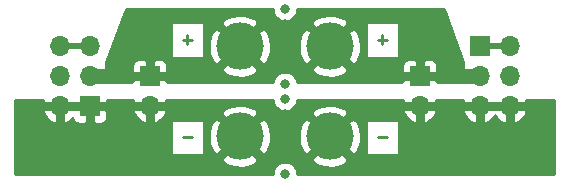
<source format=gbr>
G04 #@! TF.GenerationSoftware,KiCad,Pcbnew,(5.1.12)-1*
G04 #@! TF.CreationDate,2021-12-09T12:53:28+01:00*
G04 #@! TF.ProjectId,Servo-PowerInjector,53657276-6f2d-4506-9f77-6572496e6a65,rev?*
G04 #@! TF.SameCoordinates,Original*
G04 #@! TF.FileFunction,Copper,L2,Bot*
G04 #@! TF.FilePolarity,Positive*
%FSLAX46Y46*%
G04 Gerber Fmt 4.6, Leading zero omitted, Abs format (unit mm)*
G04 Created by KiCad (PCBNEW (5.1.12)-1) date 2021-12-09 12:53:28*
%MOMM*%
%LPD*%
G01*
G04 APERTURE LIST*
G04 #@! TA.AperFunction,NonConductor*
%ADD10C,0.250000*%
G04 #@! TD*
G04 #@! TA.AperFunction,SMDPad,CuDef*
%ADD11C,4.000000*%
G04 #@! TD*
G04 #@! TA.AperFunction,ComponentPad*
%ADD12O,1.700000X1.700000*%
G04 #@! TD*
G04 #@! TA.AperFunction,ComponentPad*
%ADD13R,1.700000X1.700000*%
G04 #@! TD*
G04 #@! TA.AperFunction,ViaPad*
%ADD14C,0.800000*%
G04 #@! TD*
G04 #@! TA.AperFunction,Conductor*
%ADD15C,1.270000*%
G04 #@! TD*
G04 #@! TA.AperFunction,Conductor*
%ADD16C,0.500000*%
G04 #@! TD*
G04 #@! TA.AperFunction,Conductor*
%ADD17C,0.254000*%
G04 #@! TD*
G04 #@! TA.AperFunction,Conductor*
%ADD18C,0.100000*%
G04 #@! TD*
G04 APERTURE END LIST*
D10*
X138175952Y-106751428D02*
X137414047Y-106751428D01*
X154685952Y-106751428D02*
X153924047Y-106751428D01*
X138175952Y-98496428D02*
X137414047Y-98496428D01*
X137795000Y-98877380D02*
X137795000Y-98115476D01*
X154685952Y-98496428D02*
X153924047Y-98496428D01*
X154305000Y-98877380D02*
X154305000Y-98115476D01*
D11*
G04 #@! TO.P,TP4,1*
G04 #@! TO.N,GND*
X142240000Y-106680000D03*
G04 #@! TD*
G04 #@! TO.P,TP3,1*
G04 #@! TO.N,+BATT*
X142240000Y-99060000D03*
G04 #@! TD*
G04 #@! TO.P,TP2,1*
G04 #@! TO.N,GND*
X149860000Y-106680000D03*
G04 #@! TD*
G04 #@! TO.P,TP1,1*
G04 #@! TO.N,+BATT*
X149860000Y-99060000D03*
G04 #@! TD*
D12*
G04 #@! TO.P,J4,6*
G04 #@! TO.N,GND*
X165100000Y-104140000D03*
G04 #@! TO.P,J4,5*
X162560000Y-104140000D03*
G04 #@! TO.P,J4,4*
G04 #@! TO.N,Net-(J4-Pad4)*
X165100000Y-101600000D03*
G04 #@! TO.P,J4,3*
G04 #@! TO.N,+BATT*
X162560000Y-101600000D03*
G04 #@! TO.P,J4,2*
G04 #@! TO.N,Net-(J4-Pad1)*
X165100000Y-99060000D03*
D13*
G04 #@! TO.P,J4,1*
X162560000Y-99060000D03*
G04 #@! TD*
D12*
G04 #@! TO.P,J3,2*
G04 #@! TO.N,GND*
X157480000Y-104140000D03*
D13*
G04 #@! TO.P,J3,1*
G04 #@! TO.N,+BATT*
X157480000Y-101600000D03*
G04 #@! TD*
D12*
G04 #@! TO.P,J2,2*
G04 #@! TO.N,GND*
X134620000Y-104140000D03*
D13*
G04 #@! TO.P,J2,1*
G04 #@! TO.N,+BATT*
X134620000Y-101600000D03*
G04 #@! TD*
D12*
G04 #@! TO.P,J1,6*
G04 #@! TO.N,Net-(J1-Pad5)*
X127000000Y-99060000D03*
G04 #@! TO.P,J1,5*
X129540000Y-99060000D03*
G04 #@! TO.P,J1,4*
G04 #@! TO.N,Net-(J1-Pad4)*
X127000000Y-101600000D03*
G04 #@! TO.P,J1,3*
G04 #@! TO.N,+BATT*
X129540000Y-101600000D03*
G04 #@! TO.P,J1,2*
G04 #@! TO.N,GND*
X127000000Y-104140000D03*
D13*
G04 #@! TO.P,J1,1*
X129540000Y-104140000D03*
G04 #@! TD*
D14*
G04 #@! TO.N,*
X146050000Y-95885000D03*
X146050000Y-102235000D03*
X146050000Y-103505000D03*
X146050000Y-109855000D03*
G04 #@! TO.N,GND*
X146050000Y-104775000D03*
X146050000Y-106045000D03*
X146050000Y-107315000D03*
X146050000Y-108585000D03*
G04 #@! TO.N,+BATT*
X146050000Y-97155000D03*
X146050000Y-98425000D03*
X146050000Y-99695000D03*
X146050000Y-100965000D03*
G04 #@! TD*
D15*
G04 #@! TO.N,+BATT*
X162560000Y-101600000D02*
X160655000Y-101600000D01*
X129540000Y-101600000D02*
X132080000Y-101600000D01*
D16*
G04 #@! TO.N,Net-(J4-Pad1)*
X162560000Y-99060000D02*
X165100000Y-99060000D01*
G04 #@! TO.N,Net-(J1-Pad5)*
X127000000Y-99060000D02*
X129540000Y-99060000D01*
G04 #@! TD*
D17*
G04 #@! TO.N,GND*
X125594632Y-103660245D02*
X125698300Y-103886000D01*
X126746000Y-103886000D01*
X126746000Y-103866000D01*
X127254000Y-103866000D01*
X127254000Y-103886000D01*
X129286000Y-103886000D01*
X129286000Y-103866000D01*
X129794000Y-103866000D01*
X129794000Y-103886000D01*
X130866250Y-103886000D01*
X131025000Y-103727250D01*
X131025669Y-103632000D01*
X133227478Y-103632000D01*
X133214622Y-103660244D01*
X133315624Y-103886000D01*
X134366000Y-103886000D01*
X134366000Y-103866000D01*
X134874000Y-103866000D01*
X134874000Y-103886000D01*
X135924376Y-103886000D01*
X136025378Y-103660244D01*
X136012522Y-103632000D01*
X145019985Y-103632000D01*
X145054774Y-103806898D01*
X145132795Y-103995256D01*
X145246063Y-104164774D01*
X145390226Y-104308937D01*
X145559744Y-104422205D01*
X145748102Y-104500226D01*
X145948061Y-104540000D01*
X146151939Y-104540000D01*
X146351898Y-104500226D01*
X146540256Y-104422205D01*
X146709774Y-104308937D01*
X146853937Y-104164774D01*
X146967205Y-103995256D01*
X147045226Y-103806898D01*
X147080015Y-103632000D01*
X156087478Y-103632000D01*
X156074622Y-103660244D01*
X156175624Y-103886000D01*
X157226000Y-103886000D01*
X157226000Y-103866000D01*
X157734000Y-103866000D01*
X157734000Y-103886000D01*
X158784376Y-103886000D01*
X158885378Y-103660244D01*
X158872522Y-103632000D01*
X161166330Y-103632000D01*
X161154632Y-103660245D01*
X161258300Y-103886000D01*
X162306000Y-103886000D01*
X162306000Y-103866000D01*
X162814000Y-103866000D01*
X162814000Y-103886000D01*
X164846000Y-103886000D01*
X164846000Y-103866000D01*
X165354000Y-103866000D01*
X165354000Y-103886000D01*
X166401700Y-103886000D01*
X166505368Y-103660245D01*
X166493670Y-103632000D01*
X168885000Y-103632000D01*
X168885000Y-109830000D01*
X147085000Y-109830000D01*
X147085000Y-109753061D01*
X147045226Y-109553102D01*
X146967205Y-109364744D01*
X146853937Y-109195226D01*
X146709774Y-109051063D01*
X146540256Y-108937795D01*
X146351898Y-108859774D01*
X146151939Y-108820000D01*
X145948061Y-108820000D01*
X145748102Y-108859774D01*
X145559744Y-108937795D01*
X145390226Y-109051063D01*
X145246063Y-109195226D01*
X145132795Y-109364744D01*
X145054774Y-109553102D01*
X145015000Y-109753061D01*
X145015000Y-109830000D01*
X123215000Y-109830000D01*
X123215000Y-108610406D01*
X140668804Y-108610406D01*
X140896359Y-108961493D01*
X141367275Y-109179787D01*
X141871727Y-109302014D01*
X142390334Y-109323479D01*
X142903162Y-109243356D01*
X143390506Y-109064725D01*
X143583641Y-108961493D01*
X143811196Y-108610406D01*
X148288804Y-108610406D01*
X148516359Y-108961493D01*
X148987275Y-109179787D01*
X149491727Y-109302014D01*
X150010334Y-109323479D01*
X150523162Y-109243356D01*
X151010506Y-109064725D01*
X151203641Y-108961493D01*
X151431196Y-108610406D01*
X149860000Y-107039210D01*
X148288804Y-108610406D01*
X143811196Y-108610406D01*
X142240000Y-107039210D01*
X140668804Y-108610406D01*
X123215000Y-108610406D01*
X123215000Y-104619755D01*
X125594632Y-104619755D01*
X125667010Y-104794514D01*
X125820312Y-105041991D01*
X126018949Y-105254805D01*
X126255287Y-105424778D01*
X126520244Y-105545378D01*
X126746000Y-105444376D01*
X126746000Y-104394000D01*
X127254000Y-104394000D01*
X127254000Y-105444376D01*
X127479756Y-105545378D01*
X127744713Y-105424778D01*
X127981051Y-105254805D01*
X128075922Y-105153163D01*
X128100498Y-105234180D01*
X128159463Y-105344494D01*
X128238815Y-105441185D01*
X128335506Y-105520537D01*
X128445820Y-105579502D01*
X128565518Y-105615812D01*
X128690000Y-105628072D01*
X129127250Y-105625000D01*
X129286000Y-105466250D01*
X129286000Y-104394000D01*
X129794000Y-104394000D01*
X129794000Y-105466250D01*
X129952750Y-105625000D01*
X130390000Y-105628072D01*
X130514482Y-105615812D01*
X130634180Y-105579502D01*
X130744494Y-105520537D01*
X130841185Y-105441185D01*
X130920537Y-105344494D01*
X130979502Y-105234180D01*
X131015812Y-105114482D01*
X131028072Y-104990000D01*
X131025471Y-104619756D01*
X133214622Y-104619756D01*
X133335222Y-104884713D01*
X133505195Y-105121051D01*
X133718009Y-105319688D01*
X133965486Y-105472990D01*
X134140245Y-105545368D01*
X134366000Y-105441700D01*
X134366000Y-104394000D01*
X134874000Y-104394000D01*
X134874000Y-105441700D01*
X135099755Y-105545368D01*
X135274514Y-105472990D01*
X135521991Y-105319688D01*
X135583260Y-105262500D01*
X136415953Y-105262500D01*
X136415953Y-108282500D01*
X139174048Y-108282500D01*
X139174048Y-106830334D01*
X139596521Y-106830334D01*
X139676644Y-107343162D01*
X139855275Y-107830506D01*
X139958507Y-108023641D01*
X140309594Y-108251196D01*
X141880790Y-106680000D01*
X142599210Y-106680000D01*
X144170406Y-108251196D01*
X144521493Y-108023641D01*
X144739787Y-107552725D01*
X144862014Y-107048273D01*
X144871034Y-106830334D01*
X147216521Y-106830334D01*
X147296644Y-107343162D01*
X147475275Y-107830506D01*
X147578507Y-108023641D01*
X147929594Y-108251196D01*
X149500790Y-106680000D01*
X150219210Y-106680000D01*
X151790406Y-108251196D01*
X152141493Y-108023641D01*
X152359787Y-107552725D01*
X152482014Y-107048273D01*
X152503479Y-106529666D01*
X152423356Y-106016838D01*
X152244725Y-105529494D01*
X152141493Y-105336359D01*
X152027539Y-105262500D01*
X152925953Y-105262500D01*
X152925953Y-108282500D01*
X155684048Y-108282500D01*
X155684048Y-105262500D01*
X152925953Y-105262500D01*
X152027539Y-105262500D01*
X151790406Y-105108804D01*
X150219210Y-106680000D01*
X149500790Y-106680000D01*
X147929594Y-105108804D01*
X147578507Y-105336359D01*
X147360213Y-105807275D01*
X147237986Y-106311727D01*
X147216521Y-106830334D01*
X144871034Y-106830334D01*
X144883479Y-106529666D01*
X144803356Y-106016838D01*
X144624725Y-105529494D01*
X144521493Y-105336359D01*
X144170406Y-105108804D01*
X142599210Y-106680000D01*
X141880790Y-106680000D01*
X140309594Y-105108804D01*
X139958507Y-105336359D01*
X139740213Y-105807275D01*
X139617986Y-106311727D01*
X139596521Y-106830334D01*
X139174048Y-106830334D01*
X139174048Y-105262500D01*
X136415953Y-105262500D01*
X135583260Y-105262500D01*
X135734805Y-105121051D01*
X135904778Y-104884713D01*
X135966279Y-104749594D01*
X140668804Y-104749594D01*
X142240000Y-106320790D01*
X143811196Y-104749594D01*
X148288804Y-104749594D01*
X149860000Y-106320790D01*
X151431196Y-104749594D01*
X151347043Y-104619756D01*
X156074622Y-104619756D01*
X156195222Y-104884713D01*
X156365195Y-105121051D01*
X156578009Y-105319688D01*
X156825486Y-105472990D01*
X157000245Y-105545368D01*
X157226000Y-105441700D01*
X157226000Y-104394000D01*
X157734000Y-104394000D01*
X157734000Y-105441700D01*
X157959755Y-105545368D01*
X158134514Y-105472990D01*
X158381991Y-105319688D01*
X158594805Y-105121051D01*
X158764778Y-104884713D01*
X158885378Y-104619756D01*
X158885378Y-104619755D01*
X161154632Y-104619755D01*
X161227010Y-104794514D01*
X161380312Y-105041991D01*
X161578949Y-105254805D01*
X161815287Y-105424778D01*
X162080244Y-105545378D01*
X162306000Y-105444376D01*
X162306000Y-104394000D01*
X162814000Y-104394000D01*
X162814000Y-105444376D01*
X163039756Y-105545378D01*
X163304713Y-105424778D01*
X163541051Y-105254805D01*
X163739688Y-105041991D01*
X163830000Y-104896199D01*
X163920312Y-105041991D01*
X164118949Y-105254805D01*
X164355287Y-105424778D01*
X164620244Y-105545378D01*
X164846000Y-105444376D01*
X164846000Y-104394000D01*
X165354000Y-104394000D01*
X165354000Y-105444376D01*
X165579756Y-105545378D01*
X165844713Y-105424778D01*
X166081051Y-105254805D01*
X166279688Y-105041991D01*
X166432990Y-104794514D01*
X166505368Y-104619755D01*
X166401700Y-104394000D01*
X165354000Y-104394000D01*
X164846000Y-104394000D01*
X162814000Y-104394000D01*
X162306000Y-104394000D01*
X161258300Y-104394000D01*
X161154632Y-104619755D01*
X158885378Y-104619755D01*
X158784376Y-104394000D01*
X157734000Y-104394000D01*
X157226000Y-104394000D01*
X156175624Y-104394000D01*
X156074622Y-104619756D01*
X151347043Y-104619756D01*
X151203641Y-104398507D01*
X150732725Y-104180213D01*
X150228273Y-104057986D01*
X149709666Y-104036521D01*
X149196838Y-104116644D01*
X148709494Y-104295275D01*
X148516359Y-104398507D01*
X148288804Y-104749594D01*
X143811196Y-104749594D01*
X143583641Y-104398507D01*
X143112725Y-104180213D01*
X142608273Y-104057986D01*
X142089666Y-104036521D01*
X141576838Y-104116644D01*
X141089494Y-104295275D01*
X140896359Y-104398507D01*
X140668804Y-104749594D01*
X135966279Y-104749594D01*
X136025378Y-104619756D01*
X135924376Y-104394000D01*
X134874000Y-104394000D01*
X134366000Y-104394000D01*
X133315624Y-104394000D01*
X133214622Y-104619756D01*
X131025471Y-104619756D01*
X131025000Y-104552750D01*
X130866250Y-104394000D01*
X129794000Y-104394000D01*
X129286000Y-104394000D01*
X127254000Y-104394000D01*
X126746000Y-104394000D01*
X125698300Y-104394000D01*
X125594632Y-104619755D01*
X123215000Y-104619755D01*
X123215000Y-103632000D01*
X125606330Y-103632000D01*
X125594632Y-103660245D01*
G04 #@! TA.AperFunction,Conductor*
D18*
G36*
X125594632Y-103660245D02*
G01*
X125698300Y-103886000D01*
X126746000Y-103886000D01*
X126746000Y-103866000D01*
X127254000Y-103866000D01*
X127254000Y-103886000D01*
X129286000Y-103886000D01*
X129286000Y-103866000D01*
X129794000Y-103866000D01*
X129794000Y-103886000D01*
X130866250Y-103886000D01*
X131025000Y-103727250D01*
X131025669Y-103632000D01*
X133227478Y-103632000D01*
X133214622Y-103660244D01*
X133315624Y-103886000D01*
X134366000Y-103886000D01*
X134366000Y-103866000D01*
X134874000Y-103866000D01*
X134874000Y-103886000D01*
X135924376Y-103886000D01*
X136025378Y-103660244D01*
X136012522Y-103632000D01*
X145019985Y-103632000D01*
X145054774Y-103806898D01*
X145132795Y-103995256D01*
X145246063Y-104164774D01*
X145390226Y-104308937D01*
X145559744Y-104422205D01*
X145748102Y-104500226D01*
X145948061Y-104540000D01*
X146151939Y-104540000D01*
X146351898Y-104500226D01*
X146540256Y-104422205D01*
X146709774Y-104308937D01*
X146853937Y-104164774D01*
X146967205Y-103995256D01*
X147045226Y-103806898D01*
X147080015Y-103632000D01*
X156087478Y-103632000D01*
X156074622Y-103660244D01*
X156175624Y-103886000D01*
X157226000Y-103886000D01*
X157226000Y-103866000D01*
X157734000Y-103866000D01*
X157734000Y-103886000D01*
X158784376Y-103886000D01*
X158885378Y-103660244D01*
X158872522Y-103632000D01*
X161166330Y-103632000D01*
X161154632Y-103660245D01*
X161258300Y-103886000D01*
X162306000Y-103886000D01*
X162306000Y-103866000D01*
X162814000Y-103866000D01*
X162814000Y-103886000D01*
X164846000Y-103886000D01*
X164846000Y-103866000D01*
X165354000Y-103866000D01*
X165354000Y-103886000D01*
X166401700Y-103886000D01*
X166505368Y-103660245D01*
X166493670Y-103632000D01*
X168885000Y-103632000D01*
X168885000Y-109830000D01*
X147085000Y-109830000D01*
X147085000Y-109753061D01*
X147045226Y-109553102D01*
X146967205Y-109364744D01*
X146853937Y-109195226D01*
X146709774Y-109051063D01*
X146540256Y-108937795D01*
X146351898Y-108859774D01*
X146151939Y-108820000D01*
X145948061Y-108820000D01*
X145748102Y-108859774D01*
X145559744Y-108937795D01*
X145390226Y-109051063D01*
X145246063Y-109195226D01*
X145132795Y-109364744D01*
X145054774Y-109553102D01*
X145015000Y-109753061D01*
X145015000Y-109830000D01*
X123215000Y-109830000D01*
X123215000Y-108610406D01*
X140668804Y-108610406D01*
X140896359Y-108961493D01*
X141367275Y-109179787D01*
X141871727Y-109302014D01*
X142390334Y-109323479D01*
X142903162Y-109243356D01*
X143390506Y-109064725D01*
X143583641Y-108961493D01*
X143811196Y-108610406D01*
X148288804Y-108610406D01*
X148516359Y-108961493D01*
X148987275Y-109179787D01*
X149491727Y-109302014D01*
X150010334Y-109323479D01*
X150523162Y-109243356D01*
X151010506Y-109064725D01*
X151203641Y-108961493D01*
X151431196Y-108610406D01*
X149860000Y-107039210D01*
X148288804Y-108610406D01*
X143811196Y-108610406D01*
X142240000Y-107039210D01*
X140668804Y-108610406D01*
X123215000Y-108610406D01*
X123215000Y-104619755D01*
X125594632Y-104619755D01*
X125667010Y-104794514D01*
X125820312Y-105041991D01*
X126018949Y-105254805D01*
X126255287Y-105424778D01*
X126520244Y-105545378D01*
X126746000Y-105444376D01*
X126746000Y-104394000D01*
X127254000Y-104394000D01*
X127254000Y-105444376D01*
X127479756Y-105545378D01*
X127744713Y-105424778D01*
X127981051Y-105254805D01*
X128075922Y-105153163D01*
X128100498Y-105234180D01*
X128159463Y-105344494D01*
X128238815Y-105441185D01*
X128335506Y-105520537D01*
X128445820Y-105579502D01*
X128565518Y-105615812D01*
X128690000Y-105628072D01*
X129127250Y-105625000D01*
X129286000Y-105466250D01*
X129286000Y-104394000D01*
X129794000Y-104394000D01*
X129794000Y-105466250D01*
X129952750Y-105625000D01*
X130390000Y-105628072D01*
X130514482Y-105615812D01*
X130634180Y-105579502D01*
X130744494Y-105520537D01*
X130841185Y-105441185D01*
X130920537Y-105344494D01*
X130979502Y-105234180D01*
X131015812Y-105114482D01*
X131028072Y-104990000D01*
X131025471Y-104619756D01*
X133214622Y-104619756D01*
X133335222Y-104884713D01*
X133505195Y-105121051D01*
X133718009Y-105319688D01*
X133965486Y-105472990D01*
X134140245Y-105545368D01*
X134366000Y-105441700D01*
X134366000Y-104394000D01*
X134874000Y-104394000D01*
X134874000Y-105441700D01*
X135099755Y-105545368D01*
X135274514Y-105472990D01*
X135521991Y-105319688D01*
X135583260Y-105262500D01*
X136415953Y-105262500D01*
X136415953Y-108282500D01*
X139174048Y-108282500D01*
X139174048Y-106830334D01*
X139596521Y-106830334D01*
X139676644Y-107343162D01*
X139855275Y-107830506D01*
X139958507Y-108023641D01*
X140309594Y-108251196D01*
X141880790Y-106680000D01*
X142599210Y-106680000D01*
X144170406Y-108251196D01*
X144521493Y-108023641D01*
X144739787Y-107552725D01*
X144862014Y-107048273D01*
X144871034Y-106830334D01*
X147216521Y-106830334D01*
X147296644Y-107343162D01*
X147475275Y-107830506D01*
X147578507Y-108023641D01*
X147929594Y-108251196D01*
X149500790Y-106680000D01*
X150219210Y-106680000D01*
X151790406Y-108251196D01*
X152141493Y-108023641D01*
X152359787Y-107552725D01*
X152482014Y-107048273D01*
X152503479Y-106529666D01*
X152423356Y-106016838D01*
X152244725Y-105529494D01*
X152141493Y-105336359D01*
X152027539Y-105262500D01*
X152925953Y-105262500D01*
X152925953Y-108282500D01*
X155684048Y-108282500D01*
X155684048Y-105262500D01*
X152925953Y-105262500D01*
X152027539Y-105262500D01*
X151790406Y-105108804D01*
X150219210Y-106680000D01*
X149500790Y-106680000D01*
X147929594Y-105108804D01*
X147578507Y-105336359D01*
X147360213Y-105807275D01*
X147237986Y-106311727D01*
X147216521Y-106830334D01*
X144871034Y-106830334D01*
X144883479Y-106529666D01*
X144803356Y-106016838D01*
X144624725Y-105529494D01*
X144521493Y-105336359D01*
X144170406Y-105108804D01*
X142599210Y-106680000D01*
X141880790Y-106680000D01*
X140309594Y-105108804D01*
X139958507Y-105336359D01*
X139740213Y-105807275D01*
X139617986Y-106311727D01*
X139596521Y-106830334D01*
X139174048Y-106830334D01*
X139174048Y-105262500D01*
X136415953Y-105262500D01*
X135583260Y-105262500D01*
X135734805Y-105121051D01*
X135904778Y-104884713D01*
X135966279Y-104749594D01*
X140668804Y-104749594D01*
X142240000Y-106320790D01*
X143811196Y-104749594D01*
X148288804Y-104749594D01*
X149860000Y-106320790D01*
X151431196Y-104749594D01*
X151347043Y-104619756D01*
X156074622Y-104619756D01*
X156195222Y-104884713D01*
X156365195Y-105121051D01*
X156578009Y-105319688D01*
X156825486Y-105472990D01*
X157000245Y-105545368D01*
X157226000Y-105441700D01*
X157226000Y-104394000D01*
X157734000Y-104394000D01*
X157734000Y-105441700D01*
X157959755Y-105545368D01*
X158134514Y-105472990D01*
X158381991Y-105319688D01*
X158594805Y-105121051D01*
X158764778Y-104884713D01*
X158885378Y-104619756D01*
X158885378Y-104619755D01*
X161154632Y-104619755D01*
X161227010Y-104794514D01*
X161380312Y-105041991D01*
X161578949Y-105254805D01*
X161815287Y-105424778D01*
X162080244Y-105545378D01*
X162306000Y-105444376D01*
X162306000Y-104394000D01*
X162814000Y-104394000D01*
X162814000Y-105444376D01*
X163039756Y-105545378D01*
X163304713Y-105424778D01*
X163541051Y-105254805D01*
X163739688Y-105041991D01*
X163830000Y-104896199D01*
X163920312Y-105041991D01*
X164118949Y-105254805D01*
X164355287Y-105424778D01*
X164620244Y-105545378D01*
X164846000Y-105444376D01*
X164846000Y-104394000D01*
X165354000Y-104394000D01*
X165354000Y-105444376D01*
X165579756Y-105545378D01*
X165844713Y-105424778D01*
X166081051Y-105254805D01*
X166279688Y-105041991D01*
X166432990Y-104794514D01*
X166505368Y-104619755D01*
X166401700Y-104394000D01*
X165354000Y-104394000D01*
X164846000Y-104394000D01*
X162814000Y-104394000D01*
X162306000Y-104394000D01*
X161258300Y-104394000D01*
X161154632Y-104619755D01*
X158885378Y-104619755D01*
X158784376Y-104394000D01*
X157734000Y-104394000D01*
X157226000Y-104394000D01*
X156175624Y-104394000D01*
X156074622Y-104619756D01*
X151347043Y-104619756D01*
X151203641Y-104398507D01*
X150732725Y-104180213D01*
X150228273Y-104057986D01*
X149709666Y-104036521D01*
X149196838Y-104116644D01*
X148709494Y-104295275D01*
X148516359Y-104398507D01*
X148288804Y-104749594D01*
X143811196Y-104749594D01*
X143583641Y-104398507D01*
X143112725Y-104180213D01*
X142608273Y-104057986D01*
X142089666Y-104036521D01*
X141576838Y-104116644D01*
X141089494Y-104295275D01*
X140896359Y-104398507D01*
X140668804Y-104749594D01*
X135966279Y-104749594D01*
X136025378Y-104619756D01*
X135924376Y-104394000D01*
X134874000Y-104394000D01*
X134366000Y-104394000D01*
X133315624Y-104394000D01*
X133214622Y-104619756D01*
X131025471Y-104619756D01*
X131025000Y-104552750D01*
X130866250Y-104394000D01*
X129794000Y-104394000D01*
X129286000Y-104394000D01*
X127254000Y-104394000D01*
X126746000Y-104394000D01*
X125698300Y-104394000D01*
X125594632Y-104619755D01*
X123215000Y-104619755D01*
X123215000Y-103632000D01*
X125606330Y-103632000D01*
X125594632Y-103660245D01*
G37*
G04 #@! TD.AperFunction*
G04 #@! TD*
D17*
G04 #@! TO.N,+BATT*
X145015000Y-95986939D02*
X145054774Y-96186898D01*
X145132795Y-96375256D01*
X145246063Y-96544774D01*
X145390226Y-96688937D01*
X145559744Y-96802205D01*
X145748102Y-96880226D01*
X145948061Y-96920000D01*
X146151939Y-96920000D01*
X146351898Y-96880226D01*
X146540256Y-96802205D01*
X146709774Y-96688937D01*
X146853937Y-96544774D01*
X146967205Y-96375256D01*
X147045226Y-96186898D01*
X147085000Y-95986939D01*
X147085000Y-95910000D01*
X159496864Y-95910000D01*
X161163000Y-100353030D01*
X161163000Y-101100040D01*
X161154632Y-101120245D01*
X161163000Y-101138468D01*
X161163000Y-102061532D01*
X161154632Y-102079755D01*
X161163000Y-102099960D01*
X161163000Y-102108000D01*
X158965669Y-102108000D01*
X158965000Y-102012750D01*
X158806250Y-101854000D01*
X157734000Y-101854000D01*
X157734000Y-101874000D01*
X157226000Y-101874000D01*
X157226000Y-101854000D01*
X156153750Y-101854000D01*
X155995000Y-102012750D01*
X155994331Y-102108000D01*
X147080015Y-102108000D01*
X147045226Y-101933102D01*
X146967205Y-101744744D01*
X146853937Y-101575226D01*
X146709774Y-101431063D01*
X146540256Y-101317795D01*
X146351898Y-101239774D01*
X146151939Y-101200000D01*
X145948061Y-101200000D01*
X145748102Y-101239774D01*
X145559744Y-101317795D01*
X145390226Y-101431063D01*
X145246063Y-101575226D01*
X145132795Y-101744744D01*
X145054774Y-101933102D01*
X145019985Y-102108000D01*
X136105669Y-102108000D01*
X136105000Y-102012750D01*
X135946250Y-101854000D01*
X134874000Y-101854000D01*
X134874000Y-101874000D01*
X134366000Y-101874000D01*
X134366000Y-101854000D01*
X133293750Y-101854000D01*
X133135000Y-102012750D01*
X133134331Y-102108000D01*
X130937000Y-102108000D01*
X130937000Y-102099960D01*
X130945368Y-102079755D01*
X130937000Y-102061532D01*
X130937000Y-101138468D01*
X130945368Y-101120245D01*
X130937000Y-101100040D01*
X130937000Y-100750000D01*
X133131928Y-100750000D01*
X133135000Y-101187250D01*
X133293750Y-101346000D01*
X134366000Y-101346000D01*
X134366000Y-100273750D01*
X134874000Y-100273750D01*
X134874000Y-101346000D01*
X135946250Y-101346000D01*
X136105000Y-101187250D01*
X136106382Y-100990406D01*
X140668804Y-100990406D01*
X140896359Y-101341493D01*
X141367275Y-101559787D01*
X141871727Y-101682014D01*
X142390334Y-101703479D01*
X142903162Y-101623356D01*
X143390506Y-101444725D01*
X143583641Y-101341493D01*
X143811196Y-100990406D01*
X148288804Y-100990406D01*
X148516359Y-101341493D01*
X148987275Y-101559787D01*
X149491727Y-101682014D01*
X150010334Y-101703479D01*
X150523162Y-101623356D01*
X151010506Y-101444725D01*
X151203641Y-101341493D01*
X151431196Y-100990406D01*
X151190790Y-100750000D01*
X155991928Y-100750000D01*
X155995000Y-101187250D01*
X156153750Y-101346000D01*
X157226000Y-101346000D01*
X157226000Y-100273750D01*
X157734000Y-100273750D01*
X157734000Y-101346000D01*
X158806250Y-101346000D01*
X158965000Y-101187250D01*
X158968072Y-100750000D01*
X158955812Y-100625518D01*
X158919502Y-100505820D01*
X158860537Y-100395506D01*
X158781185Y-100298815D01*
X158684494Y-100219463D01*
X158574180Y-100160498D01*
X158454482Y-100124188D01*
X158330000Y-100111928D01*
X157892750Y-100115000D01*
X157734000Y-100273750D01*
X157226000Y-100273750D01*
X157067250Y-100115000D01*
X156630000Y-100111928D01*
X156505518Y-100124188D01*
X156385820Y-100160498D01*
X156275506Y-100219463D01*
X156178815Y-100298815D01*
X156099463Y-100395506D01*
X156040498Y-100505820D01*
X156004188Y-100625518D01*
X155991928Y-100750000D01*
X151190790Y-100750000D01*
X149860000Y-99419210D01*
X148288804Y-100990406D01*
X143811196Y-100990406D01*
X142240000Y-99419210D01*
X140668804Y-100990406D01*
X136106382Y-100990406D01*
X136108072Y-100750000D01*
X136095812Y-100625518D01*
X136059502Y-100505820D01*
X136000537Y-100395506D01*
X135921185Y-100298815D01*
X135824494Y-100219463D01*
X135714180Y-100160498D01*
X135594482Y-100124188D01*
X135470000Y-100111928D01*
X135032750Y-100115000D01*
X134874000Y-100273750D01*
X134366000Y-100273750D01*
X134207250Y-100115000D01*
X133770000Y-100111928D01*
X133645518Y-100124188D01*
X133525820Y-100160498D01*
X133415506Y-100219463D01*
X133318815Y-100298815D01*
X133239463Y-100395506D01*
X133180498Y-100505820D01*
X133144188Y-100625518D01*
X133131928Y-100750000D01*
X130937000Y-100750000D01*
X130937000Y-100353030D01*
X132191573Y-97007500D01*
X136415953Y-97007500D01*
X136415953Y-100027500D01*
X139174048Y-100027500D01*
X139174048Y-99210334D01*
X139596521Y-99210334D01*
X139676644Y-99723162D01*
X139855275Y-100210506D01*
X139958507Y-100403641D01*
X140309594Y-100631196D01*
X141880790Y-99060000D01*
X142599210Y-99060000D01*
X144170406Y-100631196D01*
X144521493Y-100403641D01*
X144739787Y-99932725D01*
X144862014Y-99428273D01*
X144871034Y-99210334D01*
X147216521Y-99210334D01*
X147296644Y-99723162D01*
X147475275Y-100210506D01*
X147578507Y-100403641D01*
X147929594Y-100631196D01*
X149500790Y-99060000D01*
X150219210Y-99060000D01*
X151790406Y-100631196D01*
X152141493Y-100403641D01*
X152359787Y-99932725D01*
X152482014Y-99428273D01*
X152503479Y-98909666D01*
X152423356Y-98396838D01*
X152244725Y-97909494D01*
X152141493Y-97716359D01*
X151790406Y-97488804D01*
X150219210Y-99060000D01*
X149500790Y-99060000D01*
X147929594Y-97488804D01*
X147578507Y-97716359D01*
X147360213Y-98187275D01*
X147237986Y-98691727D01*
X147216521Y-99210334D01*
X144871034Y-99210334D01*
X144883479Y-98909666D01*
X144803356Y-98396838D01*
X144624725Y-97909494D01*
X144521493Y-97716359D01*
X144170406Y-97488804D01*
X142599210Y-99060000D01*
X141880790Y-99060000D01*
X140309594Y-97488804D01*
X139958507Y-97716359D01*
X139740213Y-98187275D01*
X139617986Y-98691727D01*
X139596521Y-99210334D01*
X139174048Y-99210334D01*
X139174048Y-97129594D01*
X140668804Y-97129594D01*
X142240000Y-98700790D01*
X143811196Y-97129594D01*
X148288804Y-97129594D01*
X149860000Y-98700790D01*
X151431196Y-97129594D01*
X151352062Y-97007500D01*
X152925953Y-97007500D01*
X152925953Y-100027500D01*
X155684048Y-100027500D01*
X155684048Y-97007500D01*
X152925953Y-97007500D01*
X151352062Y-97007500D01*
X151203641Y-96778507D01*
X150732725Y-96560213D01*
X150228273Y-96437986D01*
X149709666Y-96416521D01*
X149196838Y-96496644D01*
X148709494Y-96675275D01*
X148516359Y-96778507D01*
X148288804Y-97129594D01*
X143811196Y-97129594D01*
X143583641Y-96778507D01*
X143112725Y-96560213D01*
X142608273Y-96437986D01*
X142089666Y-96416521D01*
X141576838Y-96496644D01*
X141089494Y-96675275D01*
X140896359Y-96778507D01*
X140668804Y-97129594D01*
X139174048Y-97129594D01*
X139174048Y-97007500D01*
X136415953Y-97007500D01*
X132191573Y-97007500D01*
X132603136Y-95910000D01*
X145015000Y-95910000D01*
X145015000Y-95986939D01*
G04 #@! TA.AperFunction,Conductor*
D18*
G36*
X145015000Y-95986939D02*
G01*
X145054774Y-96186898D01*
X145132795Y-96375256D01*
X145246063Y-96544774D01*
X145390226Y-96688937D01*
X145559744Y-96802205D01*
X145748102Y-96880226D01*
X145948061Y-96920000D01*
X146151939Y-96920000D01*
X146351898Y-96880226D01*
X146540256Y-96802205D01*
X146709774Y-96688937D01*
X146853937Y-96544774D01*
X146967205Y-96375256D01*
X147045226Y-96186898D01*
X147085000Y-95986939D01*
X147085000Y-95910000D01*
X159496864Y-95910000D01*
X161163000Y-100353030D01*
X161163000Y-101100040D01*
X161154632Y-101120245D01*
X161163000Y-101138468D01*
X161163000Y-102061532D01*
X161154632Y-102079755D01*
X161163000Y-102099960D01*
X161163000Y-102108000D01*
X158965669Y-102108000D01*
X158965000Y-102012750D01*
X158806250Y-101854000D01*
X157734000Y-101854000D01*
X157734000Y-101874000D01*
X157226000Y-101874000D01*
X157226000Y-101854000D01*
X156153750Y-101854000D01*
X155995000Y-102012750D01*
X155994331Y-102108000D01*
X147080015Y-102108000D01*
X147045226Y-101933102D01*
X146967205Y-101744744D01*
X146853937Y-101575226D01*
X146709774Y-101431063D01*
X146540256Y-101317795D01*
X146351898Y-101239774D01*
X146151939Y-101200000D01*
X145948061Y-101200000D01*
X145748102Y-101239774D01*
X145559744Y-101317795D01*
X145390226Y-101431063D01*
X145246063Y-101575226D01*
X145132795Y-101744744D01*
X145054774Y-101933102D01*
X145019985Y-102108000D01*
X136105669Y-102108000D01*
X136105000Y-102012750D01*
X135946250Y-101854000D01*
X134874000Y-101854000D01*
X134874000Y-101874000D01*
X134366000Y-101874000D01*
X134366000Y-101854000D01*
X133293750Y-101854000D01*
X133135000Y-102012750D01*
X133134331Y-102108000D01*
X130937000Y-102108000D01*
X130937000Y-102099960D01*
X130945368Y-102079755D01*
X130937000Y-102061532D01*
X130937000Y-101138468D01*
X130945368Y-101120245D01*
X130937000Y-101100040D01*
X130937000Y-100750000D01*
X133131928Y-100750000D01*
X133135000Y-101187250D01*
X133293750Y-101346000D01*
X134366000Y-101346000D01*
X134366000Y-100273750D01*
X134874000Y-100273750D01*
X134874000Y-101346000D01*
X135946250Y-101346000D01*
X136105000Y-101187250D01*
X136106382Y-100990406D01*
X140668804Y-100990406D01*
X140896359Y-101341493D01*
X141367275Y-101559787D01*
X141871727Y-101682014D01*
X142390334Y-101703479D01*
X142903162Y-101623356D01*
X143390506Y-101444725D01*
X143583641Y-101341493D01*
X143811196Y-100990406D01*
X148288804Y-100990406D01*
X148516359Y-101341493D01*
X148987275Y-101559787D01*
X149491727Y-101682014D01*
X150010334Y-101703479D01*
X150523162Y-101623356D01*
X151010506Y-101444725D01*
X151203641Y-101341493D01*
X151431196Y-100990406D01*
X151190790Y-100750000D01*
X155991928Y-100750000D01*
X155995000Y-101187250D01*
X156153750Y-101346000D01*
X157226000Y-101346000D01*
X157226000Y-100273750D01*
X157734000Y-100273750D01*
X157734000Y-101346000D01*
X158806250Y-101346000D01*
X158965000Y-101187250D01*
X158968072Y-100750000D01*
X158955812Y-100625518D01*
X158919502Y-100505820D01*
X158860537Y-100395506D01*
X158781185Y-100298815D01*
X158684494Y-100219463D01*
X158574180Y-100160498D01*
X158454482Y-100124188D01*
X158330000Y-100111928D01*
X157892750Y-100115000D01*
X157734000Y-100273750D01*
X157226000Y-100273750D01*
X157067250Y-100115000D01*
X156630000Y-100111928D01*
X156505518Y-100124188D01*
X156385820Y-100160498D01*
X156275506Y-100219463D01*
X156178815Y-100298815D01*
X156099463Y-100395506D01*
X156040498Y-100505820D01*
X156004188Y-100625518D01*
X155991928Y-100750000D01*
X151190790Y-100750000D01*
X149860000Y-99419210D01*
X148288804Y-100990406D01*
X143811196Y-100990406D01*
X142240000Y-99419210D01*
X140668804Y-100990406D01*
X136106382Y-100990406D01*
X136108072Y-100750000D01*
X136095812Y-100625518D01*
X136059502Y-100505820D01*
X136000537Y-100395506D01*
X135921185Y-100298815D01*
X135824494Y-100219463D01*
X135714180Y-100160498D01*
X135594482Y-100124188D01*
X135470000Y-100111928D01*
X135032750Y-100115000D01*
X134874000Y-100273750D01*
X134366000Y-100273750D01*
X134207250Y-100115000D01*
X133770000Y-100111928D01*
X133645518Y-100124188D01*
X133525820Y-100160498D01*
X133415506Y-100219463D01*
X133318815Y-100298815D01*
X133239463Y-100395506D01*
X133180498Y-100505820D01*
X133144188Y-100625518D01*
X133131928Y-100750000D01*
X130937000Y-100750000D01*
X130937000Y-100353030D01*
X132191573Y-97007500D01*
X136415953Y-97007500D01*
X136415953Y-100027500D01*
X139174048Y-100027500D01*
X139174048Y-99210334D01*
X139596521Y-99210334D01*
X139676644Y-99723162D01*
X139855275Y-100210506D01*
X139958507Y-100403641D01*
X140309594Y-100631196D01*
X141880790Y-99060000D01*
X142599210Y-99060000D01*
X144170406Y-100631196D01*
X144521493Y-100403641D01*
X144739787Y-99932725D01*
X144862014Y-99428273D01*
X144871034Y-99210334D01*
X147216521Y-99210334D01*
X147296644Y-99723162D01*
X147475275Y-100210506D01*
X147578507Y-100403641D01*
X147929594Y-100631196D01*
X149500790Y-99060000D01*
X150219210Y-99060000D01*
X151790406Y-100631196D01*
X152141493Y-100403641D01*
X152359787Y-99932725D01*
X152482014Y-99428273D01*
X152503479Y-98909666D01*
X152423356Y-98396838D01*
X152244725Y-97909494D01*
X152141493Y-97716359D01*
X151790406Y-97488804D01*
X150219210Y-99060000D01*
X149500790Y-99060000D01*
X147929594Y-97488804D01*
X147578507Y-97716359D01*
X147360213Y-98187275D01*
X147237986Y-98691727D01*
X147216521Y-99210334D01*
X144871034Y-99210334D01*
X144883479Y-98909666D01*
X144803356Y-98396838D01*
X144624725Y-97909494D01*
X144521493Y-97716359D01*
X144170406Y-97488804D01*
X142599210Y-99060000D01*
X141880790Y-99060000D01*
X140309594Y-97488804D01*
X139958507Y-97716359D01*
X139740213Y-98187275D01*
X139617986Y-98691727D01*
X139596521Y-99210334D01*
X139174048Y-99210334D01*
X139174048Y-97129594D01*
X140668804Y-97129594D01*
X142240000Y-98700790D01*
X143811196Y-97129594D01*
X148288804Y-97129594D01*
X149860000Y-98700790D01*
X151431196Y-97129594D01*
X151352062Y-97007500D01*
X152925953Y-97007500D01*
X152925953Y-100027500D01*
X155684048Y-100027500D01*
X155684048Y-97007500D01*
X152925953Y-97007500D01*
X151352062Y-97007500D01*
X151203641Y-96778507D01*
X150732725Y-96560213D01*
X150228273Y-96437986D01*
X149709666Y-96416521D01*
X149196838Y-96496644D01*
X148709494Y-96675275D01*
X148516359Y-96778507D01*
X148288804Y-97129594D01*
X143811196Y-97129594D01*
X143583641Y-96778507D01*
X143112725Y-96560213D01*
X142608273Y-96437986D01*
X142089666Y-96416521D01*
X141576838Y-96496644D01*
X141089494Y-96675275D01*
X140896359Y-96778507D01*
X140668804Y-97129594D01*
X139174048Y-97129594D01*
X139174048Y-97007500D01*
X136415953Y-97007500D01*
X132191573Y-97007500D01*
X132603136Y-95910000D01*
X145015000Y-95910000D01*
X145015000Y-95986939D01*
G37*
G04 #@! TD.AperFunction*
G04 #@! TD*
M02*

</source>
